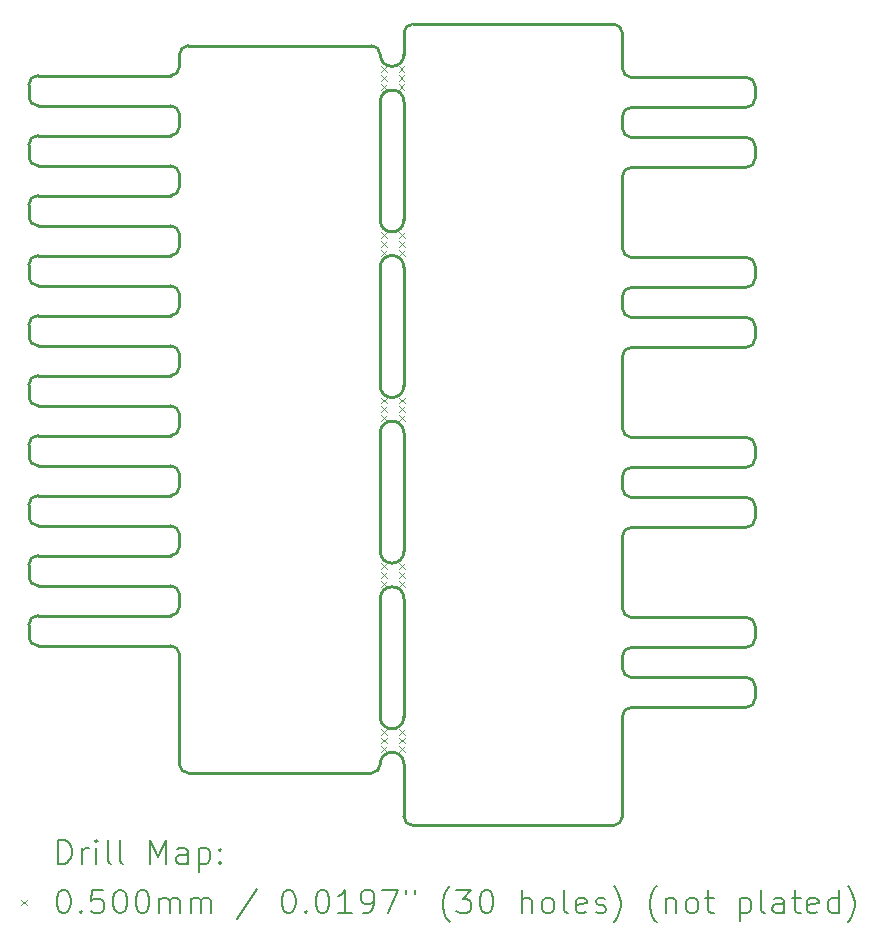
<source format=gbr>
%TF.GenerationSoftware,KiCad,Pcbnew,7.0.11*%
%TF.CreationDate,2024-11-05T15:47:59-05:00*%
%TF.ProjectId,14.X.4 - PMOS - PLC Connector Combined,31342e58-2e34-4202-9d20-504d4f53202d,rev?*%
%TF.SameCoordinates,Original*%
%TF.FileFunction,Drillmap*%
%TF.FilePolarity,Positive*%
%FSLAX45Y45*%
G04 Gerber Fmt 4.5, Leading zero omitted, Abs format (unit mm)*
G04 Created by KiCad (PCBNEW 7.0.11) date 2024-11-05 15:47:59*
%MOMM*%
%LPD*%
G01*
G04 APERTURE LIST*
%ADD10C,0.250000*%
%ADD11C,0.200000*%
%ADD12C,0.100000*%
G04 APERTURE END LIST*
D10*
X7124000Y-7599000D02*
X8249000Y-7599000D01*
X10024000Y-11518750D02*
X10024000Y-12520750D01*
X13198999Y-9212051D02*
G75*
G03*
X13124000Y-9137051I-74999J1D01*
G01*
X7049000Y-7778000D02*
X7049000Y-7674000D01*
X8249000Y-11917000D02*
X7124000Y-11917000D01*
X7124000Y-8615000D02*
X8249000Y-8615000D01*
X10224000Y-12520750D02*
X10224000Y-11518750D01*
X7049000Y-11334000D02*
X7049000Y-11230000D01*
X13124000Y-10915051D02*
X12149000Y-10915051D01*
X10024000Y-7312000D02*
X10024000Y-8314000D01*
X7049000Y-11334000D02*
G75*
G03*
X7124000Y-11409000I75000J0D01*
G01*
X13198999Y-12260051D02*
G75*
G03*
X13124000Y-12185051I-74999J1D01*
G01*
X7049000Y-8794000D02*
G75*
G03*
X7124000Y-8869000I75000J0D01*
G01*
X12073999Y-7030051D02*
G75*
G03*
X12149000Y-7105051I75001J1D01*
G01*
X8249000Y-7091000D02*
G75*
G03*
X8324000Y-7016000I0J75000D01*
G01*
X8249000Y-9377000D02*
X7124000Y-9377000D01*
X12074000Y-12006051D02*
X12074000Y-12110051D01*
X12074000Y-7942051D02*
X12074000Y-8554051D01*
X7049000Y-11842000D02*
G75*
G03*
X7124000Y-11917000I75000J0D01*
G01*
X13199000Y-12260051D02*
X13199000Y-12364051D01*
X7124000Y-8615000D02*
G75*
G03*
X7049000Y-8690000I0J-75000D01*
G01*
X7124000Y-11663000D02*
G75*
G03*
X7049000Y-11738000I0J-75000D01*
G01*
X10024000Y-6912000D02*
G75*
G03*
X10224000Y-6912000I100000J0D01*
G01*
X7049000Y-10826000D02*
G75*
G03*
X7124000Y-10901000I75000J0D01*
G01*
X8324000Y-8032000D02*
X8324000Y-7928000D01*
X12073999Y-7538051D02*
G75*
G03*
X12149000Y-7613051I75001J1D01*
G01*
X12073999Y-10586051D02*
G75*
G03*
X12149000Y-10661051I75001J1D01*
G01*
X12149000Y-7867050D02*
G75*
G03*
X12074000Y-7942051I0J-75000D01*
G01*
X8249000Y-10393000D02*
X7124000Y-10393000D01*
X12149000Y-11931050D02*
G75*
G03*
X12074000Y-12006051I0J-75000D01*
G01*
X12149000Y-8629051D02*
X13124000Y-8629051D01*
X13124000Y-7359051D02*
X12149000Y-7359051D01*
X13124000Y-9391051D02*
X12149000Y-9391051D01*
X8249000Y-7599000D02*
G75*
G03*
X8324000Y-7524000I0J75000D01*
G01*
X10024000Y-6912000D02*
G75*
G03*
X9949000Y-6837000I-75000J0D01*
G01*
X8249000Y-7345000D02*
X7124000Y-7345000D01*
X13198999Y-10736051D02*
G75*
G03*
X13124000Y-10661051I-74999J1D01*
G01*
X13199000Y-9212051D02*
X13199000Y-9316051D01*
X10024000Y-8714000D02*
X10024000Y-9716000D01*
X7049000Y-9810000D02*
G75*
G03*
X7124000Y-9885000I75000J0D01*
G01*
X13124000Y-10407051D02*
X12149000Y-10407051D01*
X7049000Y-7778000D02*
G75*
G03*
X7124000Y-7853000I75000J0D01*
G01*
X7049000Y-8794000D02*
X7049000Y-8690000D01*
X8324000Y-11080000D02*
X8324000Y-10976000D01*
X13198999Y-11752051D02*
G75*
G03*
X13124000Y-11677051I-74999J1D01*
G01*
X13124000Y-8883051D02*
X12149000Y-8883051D01*
X7124000Y-11155000D02*
G75*
G03*
X7049000Y-11230000I0J-75000D01*
G01*
X13199000Y-8704051D02*
X13199000Y-8808051D01*
X8324000Y-11484000D02*
G75*
G03*
X8249000Y-11409000I-75000J0D01*
G01*
X10224000Y-10116750D02*
G75*
G03*
X10024000Y-10116750I-100000J0D01*
G01*
X8249000Y-9123000D02*
G75*
G03*
X8324000Y-9048000I0J75000D01*
G01*
X13124000Y-9391050D02*
G75*
G03*
X13199000Y-9316051I0J75000D01*
G01*
X7124000Y-11663000D02*
X8249000Y-11663000D01*
X8249000Y-7853000D02*
X7124000Y-7853000D01*
X8249000Y-10901000D02*
X7124000Y-10901000D01*
X7049000Y-10318000D02*
X7049000Y-10214000D01*
X8324000Y-8944000D02*
G75*
G03*
X8249000Y-8869000I-75000J0D01*
G01*
X12149000Y-9391050D02*
G75*
G03*
X12074000Y-9466051I0J-75000D01*
G01*
X8324000Y-12920750D02*
G75*
G03*
X8399000Y-12995750I75000J0D01*
G01*
X8324000Y-7016000D02*
X8324000Y-6912000D01*
X7049000Y-8286000D02*
G75*
G03*
X7124000Y-8361000I75000J0D01*
G01*
X10224000Y-12920750D02*
G75*
G03*
X10024000Y-12920750I-100000J0D01*
G01*
X10224000Y-11118750D02*
X10224000Y-10116750D01*
X7124000Y-10647000D02*
G75*
G03*
X7049000Y-10722000I0J-75000D01*
G01*
X8249000Y-10647000D02*
G75*
G03*
X8324000Y-10572000I0J75000D01*
G01*
X13198999Y-10228051D02*
G75*
G03*
X13124000Y-10153051I-74999J1D01*
G01*
X10224000Y-9716000D02*
X10224000Y-8714000D01*
X12149000Y-10915050D02*
G75*
G03*
X12074000Y-10990051I0J-75000D01*
G01*
X8249000Y-8361000D02*
X7124000Y-8361000D01*
X8324000Y-10468000D02*
G75*
G03*
X8249000Y-10393000I-75000J0D01*
G01*
X8249000Y-8615000D02*
G75*
G03*
X8324000Y-8540000I0J75000D01*
G01*
X12149000Y-11677051D02*
X13124000Y-11677051D01*
X9949000Y-12995750D02*
X8399000Y-12995750D01*
X12073999Y-6730051D02*
G75*
G03*
X11999000Y-6655051I-74999J1D01*
G01*
X12073999Y-11602051D02*
G75*
G03*
X12149000Y-11677051I75001J1D01*
G01*
X13124000Y-7867050D02*
G75*
G03*
X13199000Y-7792051I0J75000D01*
G01*
X7124000Y-10139000D02*
X8249000Y-10139000D01*
X10224000Y-7312000D02*
G75*
G03*
X10024000Y-7312000I-100000J0D01*
G01*
X10299000Y-6655050D02*
G75*
G03*
X10224000Y-6730051I0J-75000D01*
G01*
X12074000Y-6730051D02*
X12074000Y-7030051D01*
X12073999Y-10078051D02*
G75*
G03*
X12149000Y-10153051I75001J1D01*
G01*
X7049000Y-8286000D02*
X7049000Y-8182000D01*
X13124000Y-11931051D02*
X12149000Y-11931051D01*
X7049000Y-10318000D02*
G75*
G03*
X7124000Y-10393000I75000J0D01*
G01*
X13199000Y-7688051D02*
X13199000Y-7792051D01*
X8324000Y-10976000D02*
G75*
G03*
X8249000Y-10901000I-75000J0D01*
G01*
X12074000Y-10482051D02*
X12074000Y-10586051D01*
X7124000Y-7599000D02*
G75*
G03*
X7049000Y-7674000I0J-75000D01*
G01*
X8249000Y-8107000D02*
G75*
G03*
X8324000Y-8032000I0J75000D01*
G01*
X8324000Y-10064000D02*
X8324000Y-9960000D01*
X12149000Y-7359050D02*
G75*
G03*
X12074000Y-7434051I0J-75000D01*
G01*
X10024000Y-10116750D02*
X10024000Y-11118750D01*
X8324000Y-8436000D02*
G75*
G03*
X8249000Y-8361000I-75000J0D01*
G01*
X7124000Y-11155000D02*
X8249000Y-11155000D01*
X7049000Y-7270000D02*
X7049000Y-7166000D01*
X8324000Y-11992000D02*
G75*
G03*
X8249000Y-11917000I-75000J0D01*
G01*
X12149000Y-10407050D02*
G75*
G03*
X12074000Y-10482051I0J-75000D01*
G01*
X12074000Y-9466051D02*
X12074000Y-10078051D01*
X8324000Y-11588000D02*
X8324000Y-11484000D01*
X13124000Y-11931050D02*
G75*
G03*
X13199000Y-11856051I0J75000D01*
G01*
X10024000Y-11118750D02*
G75*
G03*
X10224000Y-11118750I100000J0D01*
G01*
X7124000Y-10139000D02*
G75*
G03*
X7049000Y-10214000I0J-75000D01*
G01*
X8399000Y-6837000D02*
G75*
G03*
X8324000Y-6912000I0J-75000D01*
G01*
X7049000Y-10826000D02*
X7049000Y-10722000D01*
X13198999Y-7180051D02*
G75*
G03*
X13124000Y-7105051I-74999J1D01*
G01*
X12073999Y-9062051D02*
G75*
G03*
X12149000Y-9137051I75001J1D01*
G01*
X7124000Y-7091000D02*
G75*
G03*
X7049000Y-7166000I0J-75000D01*
G01*
X8324000Y-8540000D02*
X8324000Y-8436000D01*
X12073999Y-8554051D02*
G75*
G03*
X12149000Y-8629051I75001J1D01*
G01*
X7124000Y-9123000D02*
G75*
G03*
X7049000Y-9198000I0J-75000D01*
G01*
X12149000Y-8883050D02*
G75*
G03*
X12074000Y-8958051I0J-75000D01*
G01*
X7124000Y-9631000D02*
G75*
G03*
X7049000Y-9706000I0J-75000D01*
G01*
X7049000Y-9810000D02*
X7049000Y-9706000D01*
X7049000Y-9302000D02*
X7049000Y-9198000D01*
X8324000Y-7420000D02*
G75*
G03*
X8249000Y-7345000I-75000J0D01*
G01*
X8249000Y-11409000D02*
X7124000Y-11409000D01*
X7049000Y-9302000D02*
G75*
G03*
X7124000Y-9377000I75000J0D01*
G01*
X13124000Y-12439050D02*
G75*
G03*
X13199000Y-12364051I0J75000D01*
G01*
X12149000Y-12185051D02*
X13124000Y-12185051D01*
X7049000Y-7270000D02*
G75*
G03*
X7124000Y-7345000I75000J0D01*
G01*
X8324000Y-10572000D02*
X8324000Y-10468000D01*
X10224000Y-6912000D02*
X10224000Y-6730051D01*
X12073999Y-12110051D02*
G75*
G03*
X12149000Y-12185051I75001J1D01*
G01*
X7124000Y-9631000D02*
X8249000Y-9631000D01*
X7124000Y-8107000D02*
G75*
G03*
X7049000Y-8182000I0J-75000D01*
G01*
X12074000Y-8958051D02*
X12074000Y-9062051D01*
X8324000Y-9960000D02*
G75*
G03*
X8249000Y-9885000I-75000J0D01*
G01*
X8249000Y-9885000D02*
X7124000Y-9885000D01*
X10024000Y-8314000D02*
G75*
G03*
X10224000Y-8314000I100000J0D01*
G01*
X11999000Y-13439051D02*
X10299000Y-13439051D01*
X8249000Y-11663000D02*
G75*
G03*
X8324000Y-11588000I0J75000D01*
G01*
X7124000Y-8107000D02*
X8249000Y-8107000D01*
X7124000Y-7091000D02*
X8249000Y-7091000D01*
X8324000Y-7524000D02*
X8324000Y-7420000D01*
X10224000Y-13364051D02*
X10224000Y-12920750D01*
X11999000Y-13439050D02*
G75*
G03*
X12074000Y-13364051I0J75000D01*
G01*
X13124000Y-10407050D02*
G75*
G03*
X13199000Y-10332051I0J75000D01*
G01*
X10224000Y-8714000D02*
G75*
G03*
X10024000Y-8714000I-100000J0D01*
G01*
X8324000Y-9452000D02*
G75*
G03*
X8249000Y-9377000I-75000J0D01*
G01*
X10224000Y-11518750D02*
G75*
G03*
X10024000Y-11518750I-100000J0D01*
G01*
X10024000Y-12520750D02*
G75*
G03*
X10224000Y-12520750I100000J0D01*
G01*
X12074000Y-10990051D02*
X12074000Y-11602051D01*
X9949000Y-12995750D02*
G75*
G03*
X10024000Y-12920750I0J75000D01*
G01*
X12074000Y-7434051D02*
X12074000Y-7538051D01*
X13199000Y-7180051D02*
X13199000Y-7284051D01*
X12149000Y-10153051D02*
X13124000Y-10153051D01*
X10224000Y-8314000D02*
X10224000Y-7312000D01*
X8324000Y-12920750D02*
X8324000Y-11992000D01*
X8249000Y-9631000D02*
G75*
G03*
X8324000Y-9556000I0J75000D01*
G01*
X7049000Y-11842000D02*
X7049000Y-11738000D01*
X8324000Y-9048000D02*
X8324000Y-8944000D01*
X13199000Y-10736051D02*
X13199000Y-10840051D01*
X10223999Y-13364051D02*
G75*
G03*
X10299000Y-13439051I75001J1D01*
G01*
X12149000Y-7613051D02*
X13124000Y-7613051D01*
X13124000Y-12439051D02*
X12149000Y-12439051D01*
X13198999Y-8704051D02*
G75*
G03*
X13124000Y-8629051I-74999J1D01*
G01*
X8249000Y-10139000D02*
G75*
G03*
X8324000Y-10064000I0J75000D01*
G01*
X8324000Y-7928000D02*
G75*
G03*
X8249000Y-7853000I-75000J0D01*
G01*
X8399000Y-6837000D02*
X9949000Y-6837000D01*
X13124000Y-8883050D02*
G75*
G03*
X13199000Y-8808051I0J75000D01*
G01*
X7124000Y-10647000D02*
X8249000Y-10647000D01*
X13199000Y-10228051D02*
X13199000Y-10332051D01*
X13124000Y-7359050D02*
G75*
G03*
X13199000Y-7284051I0J75000D01*
G01*
X13124000Y-10915050D02*
G75*
G03*
X13199000Y-10840051I0J75000D01*
G01*
X12149000Y-12439050D02*
G75*
G03*
X12074000Y-12514051I0J-75000D01*
G01*
X13198999Y-7688051D02*
G75*
G03*
X13124000Y-7613051I-74999J1D01*
G01*
X8324000Y-9556000D02*
X8324000Y-9452000D01*
X12149000Y-9137051D02*
X13124000Y-9137051D01*
X10299000Y-6655051D02*
X11999000Y-6655051D01*
X13124000Y-7867051D02*
X12149000Y-7867051D01*
X8249000Y-11155000D02*
G75*
G03*
X8324000Y-11080000I0J75000D01*
G01*
X13199000Y-11752051D02*
X13199000Y-11856051D01*
X12149000Y-10661051D02*
X13124000Y-10661051D01*
X7124000Y-9123000D02*
X8249000Y-9123000D01*
X8249000Y-8869000D02*
X7124000Y-8869000D01*
X10024000Y-9716000D02*
G75*
G03*
X10224000Y-9716000I100000J0D01*
G01*
X12149000Y-7105051D02*
X13124000Y-7105051D01*
X12074000Y-12514051D02*
X12074000Y-13364051D01*
D11*
D12*
X10029000Y-7011000D02*
X10079000Y-7061000D01*
X10079000Y-7011000D02*
X10029000Y-7061000D01*
X10029000Y-7086000D02*
X10079000Y-7136000D01*
X10079000Y-7086000D02*
X10029000Y-7136000D01*
X10029000Y-7161000D02*
X10079000Y-7211000D01*
X10079000Y-7161000D02*
X10029000Y-7211000D01*
X10030000Y-8414000D02*
X10080000Y-8464000D01*
X10080000Y-8414000D02*
X10030000Y-8464000D01*
X10030000Y-8489000D02*
X10080000Y-8539000D01*
X10080000Y-8489000D02*
X10030000Y-8539000D01*
X10030000Y-8564000D02*
X10080000Y-8614000D01*
X10080000Y-8564000D02*
X10030000Y-8614000D01*
X10030000Y-9816000D02*
X10080000Y-9866000D01*
X10080000Y-9816000D02*
X10030000Y-9866000D01*
X10030000Y-9891000D02*
X10080000Y-9941000D01*
X10080000Y-9891000D02*
X10030000Y-9941000D01*
X10030000Y-9966000D02*
X10080000Y-10016000D01*
X10080000Y-9966000D02*
X10030000Y-10016000D01*
X10030000Y-11217000D02*
X10080000Y-11267000D01*
X10080000Y-11217000D02*
X10030000Y-11267000D01*
X10030000Y-11292000D02*
X10080000Y-11342000D01*
X10080000Y-11292000D02*
X10030000Y-11342000D01*
X10030000Y-11367000D02*
X10080000Y-11417000D01*
X10080000Y-11367000D02*
X10030000Y-11417000D01*
X10030000Y-12620000D02*
X10080000Y-12670000D01*
X10080000Y-12620000D02*
X10030000Y-12670000D01*
X10030000Y-12695000D02*
X10080000Y-12745000D01*
X10080000Y-12695000D02*
X10030000Y-12745000D01*
X10030000Y-12770000D02*
X10080000Y-12820000D01*
X10080000Y-12770000D02*
X10030000Y-12820000D01*
X10179000Y-7011000D02*
X10229000Y-7061000D01*
X10229000Y-7011000D02*
X10179000Y-7061000D01*
X10179000Y-7086000D02*
X10229000Y-7136000D01*
X10229000Y-7086000D02*
X10179000Y-7136000D01*
X10179000Y-7161000D02*
X10229000Y-7211000D01*
X10229000Y-7161000D02*
X10179000Y-7211000D01*
X10180000Y-8414000D02*
X10230000Y-8464000D01*
X10230000Y-8414000D02*
X10180000Y-8464000D01*
X10180000Y-8489000D02*
X10230000Y-8539000D01*
X10230000Y-8489000D02*
X10180000Y-8539000D01*
X10180000Y-8564000D02*
X10230000Y-8614000D01*
X10230000Y-8564000D02*
X10180000Y-8614000D01*
X10180000Y-9816000D02*
X10230000Y-9866000D01*
X10230000Y-9816000D02*
X10180000Y-9866000D01*
X10180000Y-9891000D02*
X10230000Y-9941000D01*
X10230000Y-9891000D02*
X10180000Y-9941000D01*
X10180000Y-9966000D02*
X10230000Y-10016000D01*
X10230000Y-9966000D02*
X10180000Y-10016000D01*
X10180000Y-11217000D02*
X10230000Y-11267000D01*
X10230000Y-11217000D02*
X10180000Y-11267000D01*
X10180000Y-11292000D02*
X10230000Y-11342000D01*
X10230000Y-11292000D02*
X10180000Y-11342000D01*
X10180000Y-11367000D02*
X10230000Y-11417000D01*
X10230000Y-11367000D02*
X10180000Y-11417000D01*
X10180000Y-12620000D02*
X10230000Y-12670000D01*
X10230000Y-12620000D02*
X10180000Y-12670000D01*
X10180000Y-12695000D02*
X10230000Y-12745000D01*
X10230000Y-12695000D02*
X10180000Y-12745000D01*
X10180000Y-12770000D02*
X10230000Y-12820000D01*
X10230000Y-12770000D02*
X10180000Y-12820000D01*
D11*
X7297277Y-13763035D02*
X7297277Y-13563035D01*
X7297277Y-13563035D02*
X7344896Y-13563035D01*
X7344896Y-13563035D02*
X7373467Y-13572559D01*
X7373467Y-13572559D02*
X7392515Y-13591606D01*
X7392515Y-13591606D02*
X7402039Y-13610654D01*
X7402039Y-13610654D02*
X7411562Y-13648749D01*
X7411562Y-13648749D02*
X7411562Y-13677320D01*
X7411562Y-13677320D02*
X7402039Y-13715416D01*
X7402039Y-13715416D02*
X7392515Y-13734463D01*
X7392515Y-13734463D02*
X7373467Y-13753511D01*
X7373467Y-13753511D02*
X7344896Y-13763035D01*
X7344896Y-13763035D02*
X7297277Y-13763035D01*
X7497277Y-13763035D02*
X7497277Y-13629701D01*
X7497277Y-13667797D02*
X7506801Y-13648749D01*
X7506801Y-13648749D02*
X7516324Y-13639225D01*
X7516324Y-13639225D02*
X7535372Y-13629701D01*
X7535372Y-13629701D02*
X7554420Y-13629701D01*
X7621086Y-13763035D02*
X7621086Y-13629701D01*
X7621086Y-13563035D02*
X7611562Y-13572559D01*
X7611562Y-13572559D02*
X7621086Y-13582082D01*
X7621086Y-13582082D02*
X7630610Y-13572559D01*
X7630610Y-13572559D02*
X7621086Y-13563035D01*
X7621086Y-13563035D02*
X7621086Y-13582082D01*
X7744896Y-13763035D02*
X7725848Y-13753511D01*
X7725848Y-13753511D02*
X7716324Y-13734463D01*
X7716324Y-13734463D02*
X7716324Y-13563035D01*
X7849658Y-13763035D02*
X7830610Y-13753511D01*
X7830610Y-13753511D02*
X7821086Y-13734463D01*
X7821086Y-13734463D02*
X7821086Y-13563035D01*
X8078229Y-13763035D02*
X8078229Y-13563035D01*
X8078229Y-13563035D02*
X8144896Y-13705892D01*
X8144896Y-13705892D02*
X8211562Y-13563035D01*
X8211562Y-13563035D02*
X8211562Y-13763035D01*
X8392515Y-13763035D02*
X8392515Y-13658273D01*
X8392515Y-13658273D02*
X8382991Y-13639225D01*
X8382991Y-13639225D02*
X8363943Y-13629701D01*
X8363943Y-13629701D02*
X8325848Y-13629701D01*
X8325848Y-13629701D02*
X8306801Y-13639225D01*
X8392515Y-13753511D02*
X8373467Y-13763035D01*
X8373467Y-13763035D02*
X8325848Y-13763035D01*
X8325848Y-13763035D02*
X8306801Y-13753511D01*
X8306801Y-13753511D02*
X8297277Y-13734463D01*
X8297277Y-13734463D02*
X8297277Y-13715416D01*
X8297277Y-13715416D02*
X8306801Y-13696368D01*
X8306801Y-13696368D02*
X8325848Y-13686844D01*
X8325848Y-13686844D02*
X8373467Y-13686844D01*
X8373467Y-13686844D02*
X8392515Y-13677320D01*
X8487753Y-13629701D02*
X8487753Y-13829701D01*
X8487753Y-13639225D02*
X8506801Y-13629701D01*
X8506801Y-13629701D02*
X8544896Y-13629701D01*
X8544896Y-13629701D02*
X8563944Y-13639225D01*
X8563944Y-13639225D02*
X8573467Y-13648749D01*
X8573467Y-13648749D02*
X8582991Y-13667797D01*
X8582991Y-13667797D02*
X8582991Y-13724939D01*
X8582991Y-13724939D02*
X8573467Y-13743987D01*
X8573467Y-13743987D02*
X8563944Y-13753511D01*
X8563944Y-13753511D02*
X8544896Y-13763035D01*
X8544896Y-13763035D02*
X8506801Y-13763035D01*
X8506801Y-13763035D02*
X8487753Y-13753511D01*
X8668705Y-13743987D02*
X8678229Y-13753511D01*
X8678229Y-13753511D02*
X8668705Y-13763035D01*
X8668705Y-13763035D02*
X8659182Y-13753511D01*
X8659182Y-13753511D02*
X8668705Y-13743987D01*
X8668705Y-13743987D02*
X8668705Y-13763035D01*
X8668705Y-13639225D02*
X8678229Y-13648749D01*
X8678229Y-13648749D02*
X8668705Y-13658273D01*
X8668705Y-13658273D02*
X8659182Y-13648749D01*
X8659182Y-13648749D02*
X8668705Y-13639225D01*
X8668705Y-13639225D02*
X8668705Y-13658273D01*
D12*
X6986500Y-14066551D02*
X7036500Y-14116551D01*
X7036500Y-14066551D02*
X6986500Y-14116551D01*
D11*
X7335372Y-13983035D02*
X7354420Y-13983035D01*
X7354420Y-13983035D02*
X7373467Y-13992559D01*
X7373467Y-13992559D02*
X7382991Y-14002082D01*
X7382991Y-14002082D02*
X7392515Y-14021130D01*
X7392515Y-14021130D02*
X7402039Y-14059225D01*
X7402039Y-14059225D02*
X7402039Y-14106844D01*
X7402039Y-14106844D02*
X7392515Y-14144939D01*
X7392515Y-14144939D02*
X7382991Y-14163987D01*
X7382991Y-14163987D02*
X7373467Y-14173511D01*
X7373467Y-14173511D02*
X7354420Y-14183035D01*
X7354420Y-14183035D02*
X7335372Y-14183035D01*
X7335372Y-14183035D02*
X7316324Y-14173511D01*
X7316324Y-14173511D02*
X7306801Y-14163987D01*
X7306801Y-14163987D02*
X7297277Y-14144939D01*
X7297277Y-14144939D02*
X7287753Y-14106844D01*
X7287753Y-14106844D02*
X7287753Y-14059225D01*
X7287753Y-14059225D02*
X7297277Y-14021130D01*
X7297277Y-14021130D02*
X7306801Y-14002082D01*
X7306801Y-14002082D02*
X7316324Y-13992559D01*
X7316324Y-13992559D02*
X7335372Y-13983035D01*
X7487753Y-14163987D02*
X7497277Y-14173511D01*
X7497277Y-14173511D02*
X7487753Y-14183035D01*
X7487753Y-14183035D02*
X7478229Y-14173511D01*
X7478229Y-14173511D02*
X7487753Y-14163987D01*
X7487753Y-14163987D02*
X7487753Y-14183035D01*
X7678229Y-13983035D02*
X7582991Y-13983035D01*
X7582991Y-13983035D02*
X7573467Y-14078273D01*
X7573467Y-14078273D02*
X7582991Y-14068749D01*
X7582991Y-14068749D02*
X7602039Y-14059225D01*
X7602039Y-14059225D02*
X7649658Y-14059225D01*
X7649658Y-14059225D02*
X7668705Y-14068749D01*
X7668705Y-14068749D02*
X7678229Y-14078273D01*
X7678229Y-14078273D02*
X7687753Y-14097320D01*
X7687753Y-14097320D02*
X7687753Y-14144939D01*
X7687753Y-14144939D02*
X7678229Y-14163987D01*
X7678229Y-14163987D02*
X7668705Y-14173511D01*
X7668705Y-14173511D02*
X7649658Y-14183035D01*
X7649658Y-14183035D02*
X7602039Y-14183035D01*
X7602039Y-14183035D02*
X7582991Y-14173511D01*
X7582991Y-14173511D02*
X7573467Y-14163987D01*
X7811562Y-13983035D02*
X7830610Y-13983035D01*
X7830610Y-13983035D02*
X7849658Y-13992559D01*
X7849658Y-13992559D02*
X7859182Y-14002082D01*
X7859182Y-14002082D02*
X7868705Y-14021130D01*
X7868705Y-14021130D02*
X7878229Y-14059225D01*
X7878229Y-14059225D02*
X7878229Y-14106844D01*
X7878229Y-14106844D02*
X7868705Y-14144939D01*
X7868705Y-14144939D02*
X7859182Y-14163987D01*
X7859182Y-14163987D02*
X7849658Y-14173511D01*
X7849658Y-14173511D02*
X7830610Y-14183035D01*
X7830610Y-14183035D02*
X7811562Y-14183035D01*
X7811562Y-14183035D02*
X7792515Y-14173511D01*
X7792515Y-14173511D02*
X7782991Y-14163987D01*
X7782991Y-14163987D02*
X7773467Y-14144939D01*
X7773467Y-14144939D02*
X7763943Y-14106844D01*
X7763943Y-14106844D02*
X7763943Y-14059225D01*
X7763943Y-14059225D02*
X7773467Y-14021130D01*
X7773467Y-14021130D02*
X7782991Y-14002082D01*
X7782991Y-14002082D02*
X7792515Y-13992559D01*
X7792515Y-13992559D02*
X7811562Y-13983035D01*
X8002039Y-13983035D02*
X8021086Y-13983035D01*
X8021086Y-13983035D02*
X8040134Y-13992559D01*
X8040134Y-13992559D02*
X8049658Y-14002082D01*
X8049658Y-14002082D02*
X8059182Y-14021130D01*
X8059182Y-14021130D02*
X8068705Y-14059225D01*
X8068705Y-14059225D02*
X8068705Y-14106844D01*
X8068705Y-14106844D02*
X8059182Y-14144939D01*
X8059182Y-14144939D02*
X8049658Y-14163987D01*
X8049658Y-14163987D02*
X8040134Y-14173511D01*
X8040134Y-14173511D02*
X8021086Y-14183035D01*
X8021086Y-14183035D02*
X8002039Y-14183035D01*
X8002039Y-14183035D02*
X7982991Y-14173511D01*
X7982991Y-14173511D02*
X7973467Y-14163987D01*
X7973467Y-14163987D02*
X7963943Y-14144939D01*
X7963943Y-14144939D02*
X7954420Y-14106844D01*
X7954420Y-14106844D02*
X7954420Y-14059225D01*
X7954420Y-14059225D02*
X7963943Y-14021130D01*
X7963943Y-14021130D02*
X7973467Y-14002082D01*
X7973467Y-14002082D02*
X7982991Y-13992559D01*
X7982991Y-13992559D02*
X8002039Y-13983035D01*
X8154420Y-14183035D02*
X8154420Y-14049701D01*
X8154420Y-14068749D02*
X8163943Y-14059225D01*
X8163943Y-14059225D02*
X8182991Y-14049701D01*
X8182991Y-14049701D02*
X8211563Y-14049701D01*
X8211563Y-14049701D02*
X8230610Y-14059225D01*
X8230610Y-14059225D02*
X8240134Y-14078273D01*
X8240134Y-14078273D02*
X8240134Y-14183035D01*
X8240134Y-14078273D02*
X8249658Y-14059225D01*
X8249658Y-14059225D02*
X8268705Y-14049701D01*
X8268705Y-14049701D02*
X8297277Y-14049701D01*
X8297277Y-14049701D02*
X8316324Y-14059225D01*
X8316324Y-14059225D02*
X8325848Y-14078273D01*
X8325848Y-14078273D02*
X8325848Y-14183035D01*
X8421086Y-14183035D02*
X8421086Y-14049701D01*
X8421086Y-14068749D02*
X8430610Y-14059225D01*
X8430610Y-14059225D02*
X8449658Y-14049701D01*
X8449658Y-14049701D02*
X8478229Y-14049701D01*
X8478229Y-14049701D02*
X8497277Y-14059225D01*
X8497277Y-14059225D02*
X8506801Y-14078273D01*
X8506801Y-14078273D02*
X8506801Y-14183035D01*
X8506801Y-14078273D02*
X8516325Y-14059225D01*
X8516325Y-14059225D02*
X8535372Y-14049701D01*
X8535372Y-14049701D02*
X8563944Y-14049701D01*
X8563944Y-14049701D02*
X8582991Y-14059225D01*
X8582991Y-14059225D02*
X8592515Y-14078273D01*
X8592515Y-14078273D02*
X8592515Y-14183035D01*
X8982991Y-13973511D02*
X8811563Y-14230654D01*
X9240134Y-13983035D02*
X9259182Y-13983035D01*
X9259182Y-13983035D02*
X9278229Y-13992559D01*
X9278229Y-13992559D02*
X9287753Y-14002082D01*
X9287753Y-14002082D02*
X9297277Y-14021130D01*
X9297277Y-14021130D02*
X9306801Y-14059225D01*
X9306801Y-14059225D02*
X9306801Y-14106844D01*
X9306801Y-14106844D02*
X9297277Y-14144939D01*
X9297277Y-14144939D02*
X9287753Y-14163987D01*
X9287753Y-14163987D02*
X9278229Y-14173511D01*
X9278229Y-14173511D02*
X9259182Y-14183035D01*
X9259182Y-14183035D02*
X9240134Y-14183035D01*
X9240134Y-14183035D02*
X9221087Y-14173511D01*
X9221087Y-14173511D02*
X9211563Y-14163987D01*
X9211563Y-14163987D02*
X9202039Y-14144939D01*
X9202039Y-14144939D02*
X9192515Y-14106844D01*
X9192515Y-14106844D02*
X9192515Y-14059225D01*
X9192515Y-14059225D02*
X9202039Y-14021130D01*
X9202039Y-14021130D02*
X9211563Y-14002082D01*
X9211563Y-14002082D02*
X9221087Y-13992559D01*
X9221087Y-13992559D02*
X9240134Y-13983035D01*
X9392515Y-14163987D02*
X9402039Y-14173511D01*
X9402039Y-14173511D02*
X9392515Y-14183035D01*
X9392515Y-14183035D02*
X9382991Y-14173511D01*
X9382991Y-14173511D02*
X9392515Y-14163987D01*
X9392515Y-14163987D02*
X9392515Y-14183035D01*
X9525848Y-13983035D02*
X9544896Y-13983035D01*
X9544896Y-13983035D02*
X9563944Y-13992559D01*
X9563944Y-13992559D02*
X9573468Y-14002082D01*
X9573468Y-14002082D02*
X9582991Y-14021130D01*
X9582991Y-14021130D02*
X9592515Y-14059225D01*
X9592515Y-14059225D02*
X9592515Y-14106844D01*
X9592515Y-14106844D02*
X9582991Y-14144939D01*
X9582991Y-14144939D02*
X9573468Y-14163987D01*
X9573468Y-14163987D02*
X9563944Y-14173511D01*
X9563944Y-14173511D02*
X9544896Y-14183035D01*
X9544896Y-14183035D02*
X9525848Y-14183035D01*
X9525848Y-14183035D02*
X9506801Y-14173511D01*
X9506801Y-14173511D02*
X9497277Y-14163987D01*
X9497277Y-14163987D02*
X9487753Y-14144939D01*
X9487753Y-14144939D02*
X9478229Y-14106844D01*
X9478229Y-14106844D02*
X9478229Y-14059225D01*
X9478229Y-14059225D02*
X9487753Y-14021130D01*
X9487753Y-14021130D02*
X9497277Y-14002082D01*
X9497277Y-14002082D02*
X9506801Y-13992559D01*
X9506801Y-13992559D02*
X9525848Y-13983035D01*
X9782991Y-14183035D02*
X9668706Y-14183035D01*
X9725848Y-14183035D02*
X9725848Y-13983035D01*
X9725848Y-13983035D02*
X9706801Y-14011606D01*
X9706801Y-14011606D02*
X9687753Y-14030654D01*
X9687753Y-14030654D02*
X9668706Y-14040178D01*
X9878229Y-14183035D02*
X9916325Y-14183035D01*
X9916325Y-14183035D02*
X9935372Y-14173511D01*
X9935372Y-14173511D02*
X9944896Y-14163987D01*
X9944896Y-14163987D02*
X9963944Y-14135416D01*
X9963944Y-14135416D02*
X9973468Y-14097320D01*
X9973468Y-14097320D02*
X9973468Y-14021130D01*
X9973468Y-14021130D02*
X9963944Y-14002082D01*
X9963944Y-14002082D02*
X9954420Y-13992559D01*
X9954420Y-13992559D02*
X9935372Y-13983035D01*
X9935372Y-13983035D02*
X9897277Y-13983035D01*
X9897277Y-13983035D02*
X9878229Y-13992559D01*
X9878229Y-13992559D02*
X9868706Y-14002082D01*
X9868706Y-14002082D02*
X9859182Y-14021130D01*
X9859182Y-14021130D02*
X9859182Y-14068749D01*
X9859182Y-14068749D02*
X9868706Y-14087797D01*
X9868706Y-14087797D02*
X9878229Y-14097320D01*
X9878229Y-14097320D02*
X9897277Y-14106844D01*
X9897277Y-14106844D02*
X9935372Y-14106844D01*
X9935372Y-14106844D02*
X9954420Y-14097320D01*
X9954420Y-14097320D02*
X9963944Y-14087797D01*
X9963944Y-14087797D02*
X9973468Y-14068749D01*
X10040134Y-13983035D02*
X10173468Y-13983035D01*
X10173468Y-13983035D02*
X10087753Y-14183035D01*
X10240134Y-13983035D02*
X10240134Y-14021130D01*
X10316325Y-13983035D02*
X10316325Y-14021130D01*
X10611563Y-14259225D02*
X10602039Y-14249701D01*
X10602039Y-14249701D02*
X10582991Y-14221130D01*
X10582991Y-14221130D02*
X10573468Y-14202082D01*
X10573468Y-14202082D02*
X10563944Y-14173511D01*
X10563944Y-14173511D02*
X10554420Y-14125892D01*
X10554420Y-14125892D02*
X10554420Y-14087797D01*
X10554420Y-14087797D02*
X10563944Y-14040178D01*
X10563944Y-14040178D02*
X10573468Y-14011606D01*
X10573468Y-14011606D02*
X10582991Y-13992559D01*
X10582991Y-13992559D02*
X10602039Y-13963987D01*
X10602039Y-13963987D02*
X10611563Y-13954463D01*
X10668706Y-13983035D02*
X10792515Y-13983035D01*
X10792515Y-13983035D02*
X10725849Y-14059225D01*
X10725849Y-14059225D02*
X10754420Y-14059225D01*
X10754420Y-14059225D02*
X10773468Y-14068749D01*
X10773468Y-14068749D02*
X10782991Y-14078273D01*
X10782991Y-14078273D02*
X10792515Y-14097320D01*
X10792515Y-14097320D02*
X10792515Y-14144939D01*
X10792515Y-14144939D02*
X10782991Y-14163987D01*
X10782991Y-14163987D02*
X10773468Y-14173511D01*
X10773468Y-14173511D02*
X10754420Y-14183035D01*
X10754420Y-14183035D02*
X10697277Y-14183035D01*
X10697277Y-14183035D02*
X10678230Y-14173511D01*
X10678230Y-14173511D02*
X10668706Y-14163987D01*
X10916325Y-13983035D02*
X10935372Y-13983035D01*
X10935372Y-13983035D02*
X10954420Y-13992559D01*
X10954420Y-13992559D02*
X10963944Y-14002082D01*
X10963944Y-14002082D02*
X10973468Y-14021130D01*
X10973468Y-14021130D02*
X10982991Y-14059225D01*
X10982991Y-14059225D02*
X10982991Y-14106844D01*
X10982991Y-14106844D02*
X10973468Y-14144939D01*
X10973468Y-14144939D02*
X10963944Y-14163987D01*
X10963944Y-14163987D02*
X10954420Y-14173511D01*
X10954420Y-14173511D02*
X10935372Y-14183035D01*
X10935372Y-14183035D02*
X10916325Y-14183035D01*
X10916325Y-14183035D02*
X10897277Y-14173511D01*
X10897277Y-14173511D02*
X10887753Y-14163987D01*
X10887753Y-14163987D02*
X10878230Y-14144939D01*
X10878230Y-14144939D02*
X10868706Y-14106844D01*
X10868706Y-14106844D02*
X10868706Y-14059225D01*
X10868706Y-14059225D02*
X10878230Y-14021130D01*
X10878230Y-14021130D02*
X10887753Y-14002082D01*
X10887753Y-14002082D02*
X10897277Y-13992559D01*
X10897277Y-13992559D02*
X10916325Y-13983035D01*
X11221087Y-14183035D02*
X11221087Y-13983035D01*
X11306801Y-14183035D02*
X11306801Y-14078273D01*
X11306801Y-14078273D02*
X11297277Y-14059225D01*
X11297277Y-14059225D02*
X11278230Y-14049701D01*
X11278230Y-14049701D02*
X11249658Y-14049701D01*
X11249658Y-14049701D02*
X11230610Y-14059225D01*
X11230610Y-14059225D02*
X11221087Y-14068749D01*
X11430610Y-14183035D02*
X11411563Y-14173511D01*
X11411563Y-14173511D02*
X11402039Y-14163987D01*
X11402039Y-14163987D02*
X11392515Y-14144939D01*
X11392515Y-14144939D02*
X11392515Y-14087797D01*
X11392515Y-14087797D02*
X11402039Y-14068749D01*
X11402039Y-14068749D02*
X11411563Y-14059225D01*
X11411563Y-14059225D02*
X11430610Y-14049701D01*
X11430610Y-14049701D02*
X11459182Y-14049701D01*
X11459182Y-14049701D02*
X11478230Y-14059225D01*
X11478230Y-14059225D02*
X11487753Y-14068749D01*
X11487753Y-14068749D02*
X11497277Y-14087797D01*
X11497277Y-14087797D02*
X11497277Y-14144939D01*
X11497277Y-14144939D02*
X11487753Y-14163987D01*
X11487753Y-14163987D02*
X11478230Y-14173511D01*
X11478230Y-14173511D02*
X11459182Y-14183035D01*
X11459182Y-14183035D02*
X11430610Y-14183035D01*
X11611563Y-14183035D02*
X11592515Y-14173511D01*
X11592515Y-14173511D02*
X11582991Y-14154463D01*
X11582991Y-14154463D02*
X11582991Y-13983035D01*
X11763944Y-14173511D02*
X11744896Y-14183035D01*
X11744896Y-14183035D02*
X11706801Y-14183035D01*
X11706801Y-14183035D02*
X11687753Y-14173511D01*
X11687753Y-14173511D02*
X11678230Y-14154463D01*
X11678230Y-14154463D02*
X11678230Y-14078273D01*
X11678230Y-14078273D02*
X11687753Y-14059225D01*
X11687753Y-14059225D02*
X11706801Y-14049701D01*
X11706801Y-14049701D02*
X11744896Y-14049701D01*
X11744896Y-14049701D02*
X11763944Y-14059225D01*
X11763944Y-14059225D02*
X11773468Y-14078273D01*
X11773468Y-14078273D02*
X11773468Y-14097320D01*
X11773468Y-14097320D02*
X11678230Y-14116368D01*
X11849658Y-14173511D02*
X11868706Y-14183035D01*
X11868706Y-14183035D02*
X11906801Y-14183035D01*
X11906801Y-14183035D02*
X11925849Y-14173511D01*
X11925849Y-14173511D02*
X11935372Y-14154463D01*
X11935372Y-14154463D02*
X11935372Y-14144939D01*
X11935372Y-14144939D02*
X11925849Y-14125892D01*
X11925849Y-14125892D02*
X11906801Y-14116368D01*
X11906801Y-14116368D02*
X11878230Y-14116368D01*
X11878230Y-14116368D02*
X11859182Y-14106844D01*
X11859182Y-14106844D02*
X11849658Y-14087797D01*
X11849658Y-14087797D02*
X11849658Y-14078273D01*
X11849658Y-14078273D02*
X11859182Y-14059225D01*
X11859182Y-14059225D02*
X11878230Y-14049701D01*
X11878230Y-14049701D02*
X11906801Y-14049701D01*
X11906801Y-14049701D02*
X11925849Y-14059225D01*
X12002039Y-14259225D02*
X12011563Y-14249701D01*
X12011563Y-14249701D02*
X12030611Y-14221130D01*
X12030611Y-14221130D02*
X12040134Y-14202082D01*
X12040134Y-14202082D02*
X12049658Y-14173511D01*
X12049658Y-14173511D02*
X12059182Y-14125892D01*
X12059182Y-14125892D02*
X12059182Y-14087797D01*
X12059182Y-14087797D02*
X12049658Y-14040178D01*
X12049658Y-14040178D02*
X12040134Y-14011606D01*
X12040134Y-14011606D02*
X12030611Y-13992559D01*
X12030611Y-13992559D02*
X12011563Y-13963987D01*
X12011563Y-13963987D02*
X12002039Y-13954463D01*
X12363944Y-14259225D02*
X12354420Y-14249701D01*
X12354420Y-14249701D02*
X12335372Y-14221130D01*
X12335372Y-14221130D02*
X12325849Y-14202082D01*
X12325849Y-14202082D02*
X12316325Y-14173511D01*
X12316325Y-14173511D02*
X12306801Y-14125892D01*
X12306801Y-14125892D02*
X12306801Y-14087797D01*
X12306801Y-14087797D02*
X12316325Y-14040178D01*
X12316325Y-14040178D02*
X12325849Y-14011606D01*
X12325849Y-14011606D02*
X12335372Y-13992559D01*
X12335372Y-13992559D02*
X12354420Y-13963987D01*
X12354420Y-13963987D02*
X12363944Y-13954463D01*
X12440134Y-14049701D02*
X12440134Y-14183035D01*
X12440134Y-14068749D02*
X12449658Y-14059225D01*
X12449658Y-14059225D02*
X12468706Y-14049701D01*
X12468706Y-14049701D02*
X12497277Y-14049701D01*
X12497277Y-14049701D02*
X12516325Y-14059225D01*
X12516325Y-14059225D02*
X12525849Y-14078273D01*
X12525849Y-14078273D02*
X12525849Y-14183035D01*
X12649658Y-14183035D02*
X12630611Y-14173511D01*
X12630611Y-14173511D02*
X12621087Y-14163987D01*
X12621087Y-14163987D02*
X12611563Y-14144939D01*
X12611563Y-14144939D02*
X12611563Y-14087797D01*
X12611563Y-14087797D02*
X12621087Y-14068749D01*
X12621087Y-14068749D02*
X12630611Y-14059225D01*
X12630611Y-14059225D02*
X12649658Y-14049701D01*
X12649658Y-14049701D02*
X12678230Y-14049701D01*
X12678230Y-14049701D02*
X12697277Y-14059225D01*
X12697277Y-14059225D02*
X12706801Y-14068749D01*
X12706801Y-14068749D02*
X12716325Y-14087797D01*
X12716325Y-14087797D02*
X12716325Y-14144939D01*
X12716325Y-14144939D02*
X12706801Y-14163987D01*
X12706801Y-14163987D02*
X12697277Y-14173511D01*
X12697277Y-14173511D02*
X12678230Y-14183035D01*
X12678230Y-14183035D02*
X12649658Y-14183035D01*
X12773468Y-14049701D02*
X12849658Y-14049701D01*
X12802039Y-13983035D02*
X12802039Y-14154463D01*
X12802039Y-14154463D02*
X12811563Y-14173511D01*
X12811563Y-14173511D02*
X12830611Y-14183035D01*
X12830611Y-14183035D02*
X12849658Y-14183035D01*
X13068706Y-14049701D02*
X13068706Y-14249701D01*
X13068706Y-14059225D02*
X13087753Y-14049701D01*
X13087753Y-14049701D02*
X13125849Y-14049701D01*
X13125849Y-14049701D02*
X13144896Y-14059225D01*
X13144896Y-14059225D02*
X13154420Y-14068749D01*
X13154420Y-14068749D02*
X13163944Y-14087797D01*
X13163944Y-14087797D02*
X13163944Y-14144939D01*
X13163944Y-14144939D02*
X13154420Y-14163987D01*
X13154420Y-14163987D02*
X13144896Y-14173511D01*
X13144896Y-14173511D02*
X13125849Y-14183035D01*
X13125849Y-14183035D02*
X13087753Y-14183035D01*
X13087753Y-14183035D02*
X13068706Y-14173511D01*
X13278230Y-14183035D02*
X13259182Y-14173511D01*
X13259182Y-14173511D02*
X13249658Y-14154463D01*
X13249658Y-14154463D02*
X13249658Y-13983035D01*
X13440134Y-14183035D02*
X13440134Y-14078273D01*
X13440134Y-14078273D02*
X13430611Y-14059225D01*
X13430611Y-14059225D02*
X13411563Y-14049701D01*
X13411563Y-14049701D02*
X13373468Y-14049701D01*
X13373468Y-14049701D02*
X13354420Y-14059225D01*
X13440134Y-14173511D02*
X13421087Y-14183035D01*
X13421087Y-14183035D02*
X13373468Y-14183035D01*
X13373468Y-14183035D02*
X13354420Y-14173511D01*
X13354420Y-14173511D02*
X13344896Y-14154463D01*
X13344896Y-14154463D02*
X13344896Y-14135416D01*
X13344896Y-14135416D02*
X13354420Y-14116368D01*
X13354420Y-14116368D02*
X13373468Y-14106844D01*
X13373468Y-14106844D02*
X13421087Y-14106844D01*
X13421087Y-14106844D02*
X13440134Y-14097320D01*
X13506801Y-14049701D02*
X13582992Y-14049701D01*
X13535373Y-13983035D02*
X13535373Y-14154463D01*
X13535373Y-14154463D02*
X13544896Y-14173511D01*
X13544896Y-14173511D02*
X13563944Y-14183035D01*
X13563944Y-14183035D02*
X13582992Y-14183035D01*
X13725849Y-14173511D02*
X13706801Y-14183035D01*
X13706801Y-14183035D02*
X13668706Y-14183035D01*
X13668706Y-14183035D02*
X13649658Y-14173511D01*
X13649658Y-14173511D02*
X13640134Y-14154463D01*
X13640134Y-14154463D02*
X13640134Y-14078273D01*
X13640134Y-14078273D02*
X13649658Y-14059225D01*
X13649658Y-14059225D02*
X13668706Y-14049701D01*
X13668706Y-14049701D02*
X13706801Y-14049701D01*
X13706801Y-14049701D02*
X13725849Y-14059225D01*
X13725849Y-14059225D02*
X13735373Y-14078273D01*
X13735373Y-14078273D02*
X13735373Y-14097320D01*
X13735373Y-14097320D02*
X13640134Y-14116368D01*
X13906801Y-14183035D02*
X13906801Y-13983035D01*
X13906801Y-14173511D02*
X13887754Y-14183035D01*
X13887754Y-14183035D02*
X13849658Y-14183035D01*
X13849658Y-14183035D02*
X13830611Y-14173511D01*
X13830611Y-14173511D02*
X13821087Y-14163987D01*
X13821087Y-14163987D02*
X13811563Y-14144939D01*
X13811563Y-14144939D02*
X13811563Y-14087797D01*
X13811563Y-14087797D02*
X13821087Y-14068749D01*
X13821087Y-14068749D02*
X13830611Y-14059225D01*
X13830611Y-14059225D02*
X13849658Y-14049701D01*
X13849658Y-14049701D02*
X13887754Y-14049701D01*
X13887754Y-14049701D02*
X13906801Y-14059225D01*
X13982992Y-14259225D02*
X13992515Y-14249701D01*
X13992515Y-14249701D02*
X14011563Y-14221130D01*
X14011563Y-14221130D02*
X14021087Y-14202082D01*
X14021087Y-14202082D02*
X14030611Y-14173511D01*
X14030611Y-14173511D02*
X14040134Y-14125892D01*
X14040134Y-14125892D02*
X14040134Y-14087797D01*
X14040134Y-14087797D02*
X14030611Y-14040178D01*
X14030611Y-14040178D02*
X14021087Y-14011606D01*
X14021087Y-14011606D02*
X14011563Y-13992559D01*
X14011563Y-13992559D02*
X13992515Y-13963987D01*
X13992515Y-13963987D02*
X13982992Y-13954463D01*
M02*

</source>
